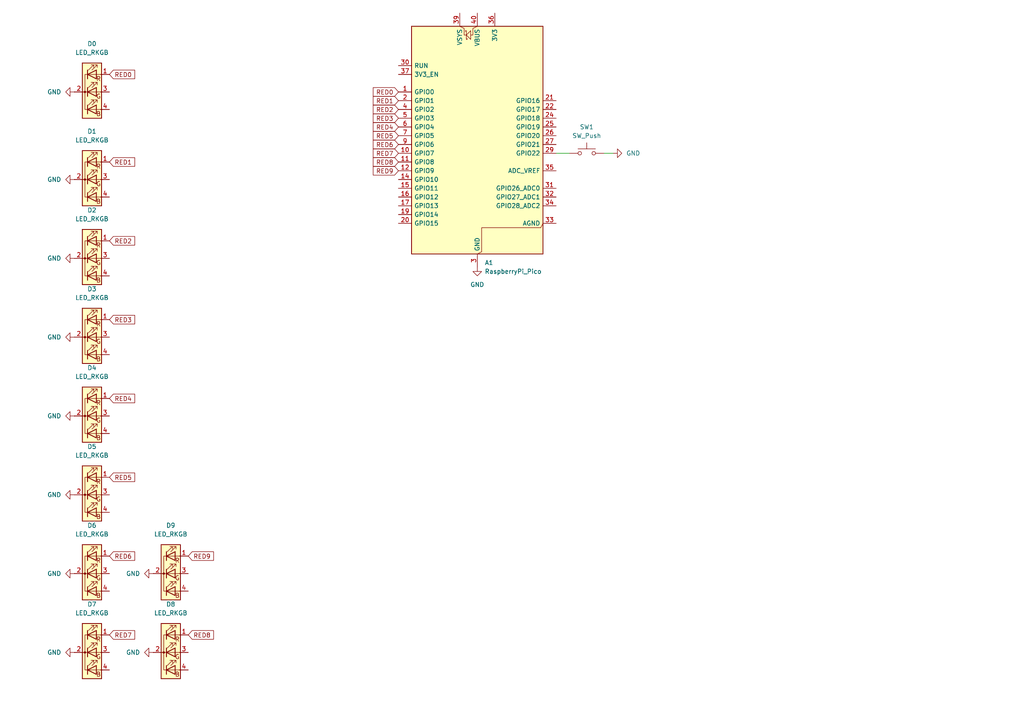
<source format=kicad_sch>
(kicad_sch (version 20250114) (generator "eeschema") (generator_version "9.0")
  (paper "A4")
  (lib_symbols
    (symbol "Device:LED_RKGB" (pin_names (offset 0) (hide yes))
      (property "Reference" "D" (at 0 9.398 0))
      (property "Value" "LED_RKGB" (at 0 -8.89 0))
      (symbol "LED_RKGB_0_0"
        (text "R" (at 1.905 3.81 0) (effects (font (size 1.27 1.27))))
        (text "G" (at 1.905 -1.27 0) (effects (font (size 1.27 1.27))))
        (text "B" (at 1.905 -6.35 0) (effects (font (size 1.27 1.27))))
      )
      (symbol "LED_RKGB_0_1"
        (circle (center -2.032 0) (radius 0.254) (fill (type outline)))
        (polyline (pts (xy -1.27 6.35) (xy -1.27 3.81)) (stroke (width 0.254)))
        (polyline (pts (xy -1.27 6.35) (xy -1.27 3.81) (xy -1.27 3.81)))
        (polyline (pts (xy -1.27 5.08) (xy 1.27 5.08)))
        (polyline (pts (xy -1.27 5.08) (xy -2.032 5.08) (xy -2.032 -5.08) (xy -1.016 -5.08)))
        (polyline (pts (xy -1.27 1.27) (xy -1.27 -1.27)) (stroke (width 0.254)))
        (polyline (pts (xy -1.27 1.27) (xy -1.27 -1.27) (xy -1.27 -1.27)))
        (polyline (pts (xy -1.27 0) (xy -2.54 0)))
        (polyline (pts (xy -1.27 -3.81) (xy -1.27 -6.35)) (stroke (width 0.254)))
        (polyline (pts (xy -1.27 -5.08) (xy 1.27 -5.08)))
        (polyline (pts (xy -1.016 6.35) (xy 0.508 7.874) (xy -0.254 7.874) (xy 0.508 7.874) (xy 0.508 7.112)))
        (polyline (pts (xy -1.016 1.27) (xy 0.508 2.794) (xy -0.254 2.794) (xy 0.508 2.794) (xy 0.508 2.032)))
        (polyline (pts (xy -1.016 -3.81) (xy 0.508 -2.286) (xy -0.254 -2.286) (xy 0.508 -2.286) (xy 0.508 -3.048)))
        (polyline (pts (xy 0 6.35) (xy 1.524 7.874) (xy 0.762 7.874) (xy 1.524 7.874) (xy 1.524 7.112)))
        (polyline (pts (xy 0 1.27) (xy 1.524 2.794) (xy 0.762 2.794) (xy 1.524 2.794) (xy 1.524 2.032)))
        (polyline (pts (xy 0 -3.81) (xy 1.524 -2.286) (xy 0.762 -2.286) (xy 1.524 -2.286) (xy 1.524 -3.048)))
        (polyline (pts (xy 1.27 6.35) (xy 1.27 3.81) (xy -1.27 5.08) (xy 1.27 6.35)) (stroke (width 0.254)))
        (rectangle (start 1.27 6.35) (end 1.27 6.35))
        (polyline (pts (xy 1.27 5.08) (xy 2.54 5.08)))
        (rectangle (start 1.27 3.81) (end 1.27 6.35))
        (polyline (pts (xy 1.27 1.27) (xy 1.27 -1.27) (xy -1.27 0) (xy 1.27 1.27)) (stroke (width 0.254)))
        (rectangle (start 1.27 1.27) (end 1.27 1.27))
        (polyline (pts (xy 1.27 0) (xy -1.27 0)))
        (polyline (pts (xy 1.27 0) (xy 2.54 0)))
        (rectangle (start 1.27 -1.27) (end 1.27 1.27))
        (polyline (pts (xy 1.27 -3.81) (xy 1.27 -6.35) (xy -1.27 -5.08) (xy 1.27 -3.81)) (stroke (width 0.254)))
        (polyline (pts (xy 1.27 -5.08) (xy 2.54 -5.08)))
        (rectangle (start 2.794 8.382) (end -2.794 -7.62) (stroke (width 0.254)) (fill (type background)))
      )
      (symbol "LED_RKGB_1_1"
        (pin passive line (at -5.08 0 0) (length 2.54) (name "K") (number "2"))
        (pin passive line (at 5.08 5.08 180) (length 2.54) (name "RA") (number "1"))
        (pin passive line (at 5.08 0 180) (length 2.54) (name "GA") (number "3"))
        (pin passive line (at 5.08 -5.08 180) (length 2.54) (name "BA") (number "4"))
      )
    )
    (symbol "MCU_Module:RaspberryPi_Pico" (pin_names (offset 0.762))
      (property "Reference" "A" (at -19.05 35.56 0))
      (property "Value" "RaspberryPi_Pico" (at 7.62 35.56 0))
      (symbol "RaspberryPi_Pico_0_1"
        (rectangle (start -19.05 34.29) (end 19.05 -31.75) (stroke (width 0.254)) (fill (type background)))
        (polyline (pts (xy -5.08 34.29) (xy -3.81 33.655) (xy -3.81 31.75) (xy -3.175 31.75)))
        (polyline (pts (xy -3.429 32.766) (xy -3.429 33.02) (xy -3.175 33.02) (xy -3.175 30.48) (xy -2.921 30.48) (xy -2.921 30.734)))
        (polyline (pts (xy -3.175 31.75) (xy -1.905 33.02) (xy -1.905 30.48) (xy -3.175 31.75)))
        (polyline (pts (xy 0 34.29) (xy -1.27 33.655) (xy -1.27 31.75) (xy -1.905 31.75)))
        (polyline (pts (xy 0 -31.75) (xy 1.27 -31.115) (xy 1.27 -24.13) (xy 18.415 -24.13) (xy 19.05 -22.86)))
      )
      (symbol "RaspberryPi_Pico_1_1"
        (pin passive line (at -22.86 22.86 0) (length 3.81) (name "RUN") (number "30"))
        (pin passive line (at -22.86 20.32 0) (length 3.81) (name "3V3_EN") (number "37"))
        (pin bidirectional line (at -22.86 15.24 0) (length 3.81) (name "GPIO0") (number "1"))
        (pin bidirectional line (at -22.86 12.7 0) (length 3.81) (name "GPIO1") (number "2"))
        (pin bidirectional line (at -22.86 10.16 0) (length 3.81) (name "GPIO2") (number "4"))
        (pin bidirectional line (at -22.86 7.62 0) (length 3.81) (name "GPIO3") (number "5"))
        (pin bidirectional line (at -22.86 5.08 0) (length 3.81) (name "GPIO4") (number "6"))
        (pin bidirectional line (at -22.86 2.54 0) (length 3.81) (name "GPIO5") (number "7"))
        (pin bidirectional line (at -22.86 0 0) (length 3.81) (name "GPIO6") (number "9"))
        (pin bidirectional line (at -22.86 -2.54 0) (length 3.81) (name "GPIO7") (number "10"))
        (pin bidirectional line (at -22.86 -5.08 0) (length 3.81) (name "GPIO8") (number "11"))
        (pin bidirectional line (at -22.86 -7.62 0) (length 3.81) (name "GPIO9") (number "12"))
        (pin bidirectional line (at -22.86 -10.16 0) (length 3.81) (name "GPIO10") (number "14"))
        (pin bidirectional line (at -22.86 -12.7 0) (length 3.81) (name "GPIO11") (number "15"))
        (pin bidirectional line (at -22.86 -15.24 0) (length 3.81) (name "GPIO12") (number "16"))
        (pin bidirectional line (at -22.86 -17.78 0) (length 3.81) (name "GPIO13") (number "17"))
        (pin bidirectional line (at -22.86 -20.32 0) (length 3.81) (name "GPIO14") (number "19"))
        (pin bidirectional line (at -22.86 -22.86 0) (length 3.81) (name "GPIO15") (number "20"))
        (pin power_in line (at -5.08 38.1 270) (length 3.81) (name "VSYS") (number "39"))
        (pin power_out line (at 0 38.1 270) (length 3.81) (name "VBUS") (number "40"))
        (pin passive line (at 0 -35.56 90) (length 3.81) (hide yes) (name "GND") (number "13"))
        (pin passive line (at 0 -35.56 90) (length 3.81) (hide yes) (name "GND") (number "18"))
        (pin passive line (at 0 -35.56 90) (length 3.81) (hide yes) (name "GND") (number "23"))
        (pin passive line (at 0 -35.56 90) (length 3.81) (hide yes) (name "GND") (number "28"))
        (pin power_out line (at 0 -35.56 90) (length 3.81) (name "GND") (number "3"))
        (pin passive line (at 0 -35.56 90) (length 3.81) (hide yes) (name "GND") (number "38"))
        (pin passive line (at 0 -35.56 90) (length 3.81) (hide yes) (name "GND") (number "8"))
        (pin power_out line (at 5.08 38.1 270) (length 3.81) (name "3V3") (number "36"))
        (pin bidirectional line (at 22.86 12.7 180) (length 3.81) (name "GPIO16") (number "21"))
        (pin bidirectional line (at 22.86 10.16 180) (length 3.81) (name "GPIO17") (number "22"))
        (pin bidirectional line (at 22.86 7.62 180) (length 3.81) (name "GPIO18") (number "24"))
        (pin bidirectional line (at 22.86 5.08 180) (length 3.81) (name "GPIO19") (number "25"))
        (pin bidirectional line (at 22.86 2.54 180) (length 3.81) (name "GPIO20") (number "26"))
        (pin bidirectional line (at 22.86 0 180) (length 3.81) (name "GPIO21") (number "27"))
        (pin bidirectional line (at 22.86 -2.54 180) (length 3.81) (name "GPIO22") (number "29"))
        (pin power_in line (at 22.86 -7.62 180) (length 3.81) (name "ADC_VREF") (number "35"))
        (pin bidirectional line (at 22.86 -12.7 180) (length 3.81) (name "GPIO26_ADC0") (number "31"))
        (pin bidirectional line (at 22.86 -15.24 180) (length 3.81) (name "GPIO27_ADC1") (number "32"))
        (pin bidirectional line (at 22.86 -17.78 180) (length 3.81) (name "GPIO28_ADC2") (number "34"))
        (pin power_out line (at 22.86 -22.86 180) (length 3.81) (name "AGND") (number "33"))
      )
    )
    (symbol "Switch:SW_Push" (pin_numbers (hide yes)) (pin_names (offset 1.016) (hide yes))
      (property "Reference" "SW" (at 1.27 2.54 0))
      (property "Value" "SW_Push" (at 0 -1.524 0))
      (symbol "SW_Push_0_1"
        (circle (center -2.032 0) (radius 0.508))
        (polyline (pts (xy 0 1.27) (xy 0 3.048)))
        (circle (center 2.032 0) (radius 0.508))
        (polyline (pts (xy 2.54 1.27) (xy -2.54 1.27)))
        (pin passive line (at -5.08 0 0) (length 2.54) (name "1") (number "1"))
        (pin passive line (at 5.08 0 180) (length 2.54) (name "2") (number "2"))
      )
    )
    (symbol "power:GND" (power) (pin_numbers (hide yes)) (pin_names (offset 0) (hide yes))
      (property "Value" "GND" (at 0 -3.81 0))
      (symbol "GND_0_1"
        (polyline (pts (xy 0 0) (xy 0 -1.27) (xy 1.27 -1.27) (xy 0 -2.54) (xy -1.27 -1.27) (xy 0 -1.27)))
      )
      (symbol "GND_1_1"
        (pin power_in line (at 0 0 270) (length 0) (name "~") (number "1"))
      )
    )
  )
  (wire (pts (xy 175.26 44.45) (xy 177.8 44.45)))
  (wire (pts (xy 161.29 44.45) (xy 165.1 44.45)))
  (global_label "RED0" (shape input) (at 31.75 21.59 0) (property "Intersheetrefs" "${INTERSHEET_REFS}" (effects (hide yes))))
  (global_label "RED8" (shape input) (at 54.61 184.15 0) (property "Intersheetrefs" "${INTERSHEET_REFS}" (effects (hide yes))))
  (global_label "RED4" (shape input) (at 115.57 36.83 180) (property "Intersheetrefs" "${INTERSHEET_REFS}" (effects (hide yes))))
  (global_label "RED3" (shape input) (at 31.75 92.71 0) (property "Intersheetrefs" "${INTERSHEET_REFS}" (effects (hide yes))))
  (global_label "RED6" (shape input) (at 31.75 161.29 0) (property "Intersheetrefs" "${INTERSHEET_REFS}" (effects (hide yes))))
  (global_label "RED8" (shape input) (at 115.57 46.99 180) (property "Intersheetrefs" "${INTERSHEET_REFS}" (effects (hide yes))))
  (global_label "RED9" (shape input) (at 54.61 161.29 0) (property "Intersheetrefs" "${INTERSHEET_REFS}" (effects (hide yes))))
  (global_label "RED1" (shape input) (at 31.75 46.99 0) (property "Intersheetrefs" "${INTERSHEET_REFS}" (effects (hide yes))))
  (global_label "RED4" (shape input) (at 31.75 115.57 0) (property "Intersheetrefs" "${INTERSHEET_REFS}" (effects (hide yes))))
  (global_label "RED2" (shape input) (at 115.57 31.75 180) (property "Intersheetrefs" "${INTERSHEET_REFS}" (effects (hide yes))))
  (global_label "RED1" (shape input) (at 115.57 29.21 180) (property "Intersheetrefs" "${INTERSHEET_REFS}" (effects (hide yes))))
  (global_label "RED0" (shape input) (at 115.57 26.67 180) (property "Intersheetrefs" "${INTERSHEET_REFS}" (effects (hide yes))))
  (global_label "RED7" (shape input) (at 115.57 44.45 180) (property "Intersheetrefs" "${INTERSHEET_REFS}" (effects (hide yes))))
  (global_label "RED7" (shape input) (at 31.75 184.15 0) (property "Intersheetrefs" "${INTERSHEET_REFS}" (effects (hide yes))))
  (global_label "RED6" (shape input) (at 115.57 41.91 180) (property "Intersheetrefs" "${INTERSHEET_REFS}" (effects (hide yes))))
  (global_label "RED2" (shape input) (at 31.75 69.85 0) (property "Intersheetrefs" "${INTERSHEET_REFS}" (effects (hide yes))))
  (global_label "RED9" (shape input) (at 115.57 49.53 180) (property "Intersheetrefs" "${INTERSHEET_REFS}" (effects (hide yes))))
  (global_label "RED5" (shape input) (at 115.57 39.37 180) (property "Intersheetrefs" "${INTERSHEET_REFS}" (effects (hide yes))))
  (global_label "RED5" (shape input) (at 31.75 138.43 0) (property "Intersheetrefs" "${INTERSHEET_REFS}" (effects (hide yes))))
  (global_label "RED3" (shape input) (at 115.57 34.29 180) (property "Intersheetrefs" "${INTERSHEET_REFS}" (effects (hide yes))))
  (symbol (lib_id "power:GND") (at 177.8 44.45 90) (unit 1)
    (property "Reference" "#PWR012" (effects (hide yes)))
    (property "Value" "GND" (at 181.61 44.4499 90) (effects (justify right)))
    (property "Description" "Power symbol creates a global label with name \"GND\" , ground" (effects (hide yes)))
  )
  (symbol (lib_id "power:GND") (at 21.59 97.79 270) (unit 1)
    (property "Reference" "#PWR03" (effects (hide yes)))
    (property "Value" "GND" (at 17.78 97.7899 90) (effects (justify right)))
    (property "Description" "Power symbol creates a global label with name \"GND\" , ground" (effects (hide yes)))
  )
  (symbol (lib_id "Switch:SW_Push") (at 170.18 44.45 0) (unit 1)
    (property "Reference" "SW1" (at 170.18 36.83 0))
    (property "Value" "SW_Push" (at 170.18 39.37 0))
    (property "Footprint" "Button_Switch_SMD:SW_Push_1P1T_NO_CK_KMR2" (effects (hide yes)))
    (property "Description" "Push button switch, generic, two pins" (effects (hide yes)))
  )
  (symbol (lib_id "Device:LED_RKGB") (at 26.67 143.51 0) (unit 1)
    (property "Reference" "D5" (at 26.67 129.54 0))
    (property "Value" "LED_RKGB" (at 26.67 132.08 0))
    (property "Footprint" "LED_THT:LED_D5.0mm-4_RGB" (effects (hide yes)))
    (property "Description" "RGB LED, red/cathode/green/blue" (effects (hide yes)))
  )
  (symbol (lib_id "Device:LED_RKGB") (at 26.67 74.93 0) (unit 1)
    (property "Reference" "D2" (at 26.67 60.96 0))
    (property "Value" "LED_RKGB" (at 26.67 63.5 0))
    (property "Footprint" "LED_THT:LED_D5.0mm-4_RGB" (effects (hide yes)))
    (property "Description" "RGB LED, red/cathode/green/blue" (effects (hide yes)))
  )
  (symbol (lib_id "power:GND") (at 21.59 52.07 270) (unit 1)
    (property "Reference" "#PWR04" (effects (hide yes)))
    (property "Value" "GND" (at 17.78 52.0699 90) (effects (justify right)))
    (property "Description" "Power symbol creates a global label with name \"GND\" , ground" (effects (hide yes)))
  )
  (symbol (lib_id "Device:LED_RKGB") (at 49.53 189.23 0) (unit 1)
    (property "Reference" "D8" (at 49.53 175.26 0))
    (property "Value" "LED_RKGB" (at 49.53 177.8 0))
    (property "Footprint" "LED_THT:LED_D5.0mm-4_RGB" (effects (hide yes)))
    (property "Description" "RGB LED, red/cathode/green/blue" (effects (hide yes)))
  )
  (symbol (lib_id "power:GND") (at 44.45 189.23 270) (unit 1)
    (property "Reference" "#PWR09" (effects (hide yes)))
    (property "Value" "GND" (at 40.64 189.2299 90) (effects (justify right)))
    (property "Description" "Power symbol creates a global label with name \"GND\" , ground" (effects (hide yes)))
  )
  (symbol (lib_id "Device:LED_RKGB") (at 26.67 52.07 0) (unit 1)
    (property "Reference" "D1" (at 26.67 38.1 0))
    (property "Value" "LED_RKGB" (at 26.67 40.64 0))
    (property "Footprint" "LED_THT:LED_D5.0mm-4_RGB" (effects (hide yes)))
    (property "Description" "RGB LED, red/cathode/green/blue" (effects (hide yes)))
  )
  (symbol (lib_id "Device:LED_RKGB") (at 26.67 120.65 0) (unit 1)
    (property "Reference" "D4" (at 26.67 106.68 0))
    (property "Value" "LED_RKGB" (at 26.67 109.22 0))
    (property "Footprint" "LED_THT:LED_D5.0mm-4_RGB" (effects (hide yes)))
    (property "Description" "RGB LED, red/cathode/green/blue" (effects (hide yes)))
  )
  (symbol (lib_id "power:GND") (at 21.59 26.67 270) (unit 1)
    (property "Reference" "#PWR011" (effects (hide yes)))
    (property "Value" "GND" (at 17.78 26.6699 90) (effects (justify right)))
    (property "Description" "Power symbol creates a global label with name \"GND\" , ground" (effects (hide yes)))
  )
  (symbol (lib_id "Device:LED_RKGB") (at 26.67 26.67 0) (unit 1)
    (property "Reference" "D0" (at 26.67 12.7 0))
    (property "Value" "LED_RKGB" (at 26.67 15.24 0))
    (property "Footprint" "LED_THT:LED_D5.0mm-4_RGB" (effects (hide yes)))
    (property "Description" "RGB LED, red/cathode/green/blue" (effects (hide yes)))
  )
  (symbol (lib_id "power:GND") (at 44.45 166.37 270) (unit 1)
    (property "Reference" "#PWR010" (effects (hide yes)))
    (property "Value" "GND" (at 40.64 166.3699 90) (effects (justify right)))
    (property "Description" "Power symbol creates a global label with name \"GND\" , ground" (effects (hide yes)))
  )
  (symbol (lib_id "Device:LED_RKGB") (at 26.67 97.79 0) (unit 1)
    (property "Reference" "D3" (at 26.67 83.82 0))
    (property "Value" "LED_RKGB" (at 26.67 86.36 0))
    (property "Footprint" "LED_THT:LED_D5.0mm-4_RGB" (effects (hide yes)))
    (property "Description" "RGB LED, red/cathode/green/blue" (effects (hide yes)))
  )
  (symbol (lib_id "Device:LED_RKGB") (at 49.53 166.37 0) (unit 1)
    (property "Reference" "D9" (at 49.53 152.4 0))
    (property "Value" "LED_RKGB" (at 49.53 154.94 0))
    (property "Footprint" "LED_THT:LED_D5.0mm-4_RGB" (effects (hide yes)))
    (property "Description" "RGB LED, red/cathode/green/blue" (effects (hide yes)))
  )
  (symbol (lib_id "MCU_Module:RaspberryPi_Pico") (at 138.43 41.91 0) (unit 1)
    (property "Reference" "A1" (at 140.5733 76.2 0) (effects (justify left)))
    (property "Value" "RaspberryPi_Pico" (at 140.5733 78.74 0) (effects (justify left)))
    (property "Footprint" "Module:RaspberryPi_Pico_Common_Unspecified" (effects (hide yes)))
    (property "Datasheet" "https://datasheets.raspberrypi.com/pico/pico-datasheet.pdf" (effects (hide yes)))
    (property "Description" "Versatile and inexpensive microcontroller module powered by RP2040 dual-core Arm Cortex-M0+ processor up to 133 MHz, 264kB SRAM, 2MB QSPI flash; also supports Raspberry Pi Pico 2" (effects (hide yes)))
  )
  (symbol (lib_id "power:GND") (at 21.59 189.23 270) (unit 1)
    (property "Reference" "#PWR08" (effects (hide yes)))
    (property "Value" "GND" (at 17.78 189.2299 90) (effects (justify right)))
    (property "Description" "Power symbol creates a global label with name \"GND\" , ground" (effects (hide yes)))
  )
  (symbol (lib_id "power:GND") (at 21.59 143.51 270) (unit 1)
    (property "Reference" "#PWR06" (effects (hide yes)))
    (property "Value" "GND" (at 17.78 143.5099 90) (effects (justify right)))
    (property "Description" "Power symbol creates a global label with name \"GND\" , ground" (effects (hide yes)))
  )
  (symbol (lib_id "power:GND") (at 21.59 166.37 270) (unit 1)
    (property "Reference" "#PWR07" (effects (hide yes)))
    (property "Value" "GND" (at 17.78 166.3699 90) (effects (justify right)))
    (property "Description" "Power symbol creates a global label with name \"GND\" , ground" (effects (hide yes)))
  )
  (symbol (lib_id "power:GND") (at 21.59 74.93 270) (unit 1)
    (property "Reference" "#PWR01" (effects (hide yes)))
    (property "Value" "GND" (at 17.78 74.9299 90) (effects (justify right)))
    (property "Description" "Power symbol creates a global label with name \"GND\" , ground" (effects (hide yes)))
  )
  (symbol (lib_id "Device:LED_RKGB") (at 26.67 166.37 0) (unit 1)
    (property "Reference" "D6" (at 26.67 152.4 0))
    (property "Value" "LED_RKGB" (at 26.67 154.94 0))
    (property "Footprint" "LED_THT:LED_D5.0mm-4_RGB" (effects (hide yes)))
    (property "Description" "RGB LED, red/cathode/green/blue" (effects (hide yes)))
  )
  (symbol (lib_id "Device:LED_RKGB") (at 26.67 189.23 0) (unit 1)
    (property "Reference" "D7" (at 26.67 175.26 0))
    (property "Value" "LED_RKGB" (at 26.67 177.8 0))
    (property "Footprint" "LED_THT:LED_D5.0mm-4_RGB" (effects (hide yes)))
    (property "Description" "RGB LED, red/cathode/green/blue" (effects (hide yes)))
  )
  (symbol (lib_id "power:GND") (at 21.59 120.65 270) (unit 1)
    (property "Reference" "#PWR05" (effects (hide yes)))
    (property "Value" "GND" (at 17.78 120.6499 90) (effects (justify right)))
    (property "Description" "Power symbol creates a global label with name \"GND\" , ground" (effects (hide yes)))
  )
  (symbol (lib_id "power:GND") (at 138.43 77.47 0) (unit 1)
    (property "Reference" "#PWR02" (effects (hide yes)))
    (property "Value" "GND" (at 138.43 82.55 0))
    (property "Description" "Power symbol creates a global label with name \"GND\" , ground" (effects (hide yes)))
  )
)
</source>
